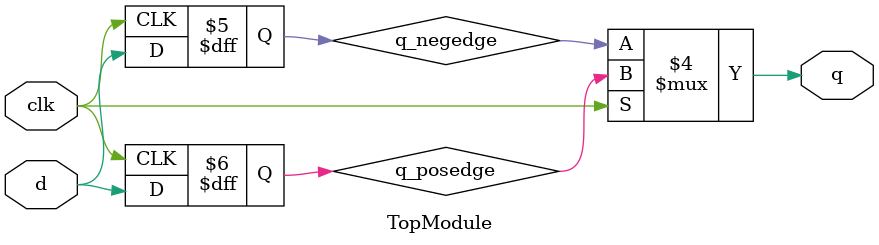
<source format=sv>
module TopModule
(
  input  logic clk,
  input  logic d,
  output logic q
);

  // Sequential logic

  logic clk_inv, q_posedge, q_negedge;

  always @( posedge clk )
    q_posedge <= d;

  always @( negedge clk )
    q_negedge <= d;

  assign clk_inv = ~clk;

  // Combinational logic

  assign q = clk ? q_posedge : q_negedge;

endmodule
</source>
